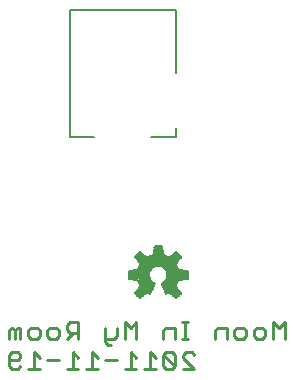
<source format=gbo>
G75*
G70*
%OFA0B0*%
%FSLAX24Y24*%
%IPPOS*%
%LPD*%
%AMOC8*
5,1,8,0,0,1.08239X$1,22.5*
%
%ADD10C,0.0110*%
%ADD11C,0.0080*%
%ADD12C,0.0059*%
D10*
X006750Y006554D02*
X006750Y006948D01*
X006849Y007046D01*
X007046Y007046D01*
X007144Y006948D01*
X007144Y006849D01*
X007046Y006751D01*
X006750Y006751D01*
X006750Y006554D02*
X006849Y006456D01*
X007046Y006456D01*
X007144Y006554D01*
X007395Y006456D02*
X007789Y006456D01*
X007592Y006456D02*
X007592Y007046D01*
X007789Y006849D01*
X008039Y006751D02*
X008433Y006751D01*
X008684Y006456D02*
X009078Y006456D01*
X008881Y006456D02*
X008881Y007046D01*
X009078Y006849D01*
X009329Y006456D02*
X009722Y006456D01*
X009525Y006456D02*
X009525Y007046D01*
X009722Y006849D01*
X009973Y006751D02*
X010367Y006751D01*
X010618Y006456D02*
X011011Y006456D01*
X010814Y006456D02*
X010814Y007046D01*
X011011Y006849D01*
X011262Y006456D02*
X011656Y006456D01*
X011459Y006456D02*
X011459Y007046D01*
X011656Y006849D01*
X011907Y006948D02*
X012300Y006554D01*
X012202Y006456D01*
X012005Y006456D01*
X011907Y006554D01*
X011907Y006948D01*
X012005Y007046D01*
X012202Y007046D01*
X012300Y006948D01*
X012300Y006554D01*
X012551Y006456D02*
X012945Y006456D01*
X012551Y006849D01*
X012551Y006948D01*
X012650Y007046D01*
X012846Y007046D01*
X012945Y006948D01*
X012730Y007456D02*
X012533Y007456D01*
X012632Y007456D02*
X012632Y008046D01*
X012730Y008046D02*
X012533Y008046D01*
X012300Y007849D02*
X012005Y007849D01*
X011907Y007751D01*
X011907Y007456D01*
X012300Y007456D02*
X012300Y007849D01*
X011011Y008046D02*
X011011Y007456D01*
X010618Y007456D02*
X010618Y008046D01*
X010815Y007849D01*
X011011Y008046D01*
X010367Y007849D02*
X010367Y007554D01*
X010268Y007456D01*
X009973Y007456D01*
X009973Y007357D02*
X010072Y007259D01*
X010170Y007259D01*
X009973Y007357D02*
X009973Y007849D01*
X009078Y007653D02*
X008783Y007653D01*
X008684Y007751D01*
X008684Y007948D01*
X008783Y008046D01*
X009078Y008046D01*
X009078Y007456D01*
X008881Y007653D02*
X008684Y007456D01*
X008433Y007554D02*
X008433Y007751D01*
X008335Y007849D01*
X008138Y007849D01*
X008040Y007751D01*
X008040Y007554D01*
X008138Y007456D01*
X008335Y007456D01*
X008433Y007554D01*
X007789Y007554D02*
X007690Y007456D01*
X007493Y007456D01*
X007395Y007554D01*
X007395Y007751D01*
X007493Y007849D01*
X007690Y007849D01*
X007789Y007751D01*
X007789Y007554D01*
X007144Y007456D02*
X007144Y007849D01*
X007046Y007849D01*
X006947Y007751D01*
X006849Y007849D01*
X006751Y007751D01*
X006751Y007456D01*
X006947Y007456D02*
X006947Y007751D01*
X013625Y007751D02*
X013625Y007456D01*
X013625Y007751D02*
X013724Y007849D01*
X014019Y007849D01*
X014019Y007456D01*
X014270Y007554D02*
X014270Y007751D01*
X014368Y007849D01*
X014565Y007849D01*
X014664Y007751D01*
X014664Y007554D01*
X014565Y007456D01*
X014368Y007456D01*
X014270Y007554D01*
X014915Y007554D02*
X014915Y007751D01*
X015013Y007849D01*
X015210Y007849D01*
X015308Y007751D01*
X015308Y007554D01*
X015210Y007456D01*
X015013Y007456D01*
X014915Y007554D01*
X015559Y007456D02*
X015559Y008046D01*
X015756Y007849D01*
X015953Y008046D01*
X015953Y007456D01*
D11*
X012326Y014207D02*
X011499Y014207D01*
X012326Y014207D02*
X012326Y014483D01*
X012326Y016333D02*
X012326Y018420D01*
X008783Y018420D01*
X008783Y014207D01*
X009609Y014207D01*
D12*
X011615Y010578D02*
X011855Y010578D01*
X011888Y010260D01*
X011994Y010226D01*
X012094Y010175D01*
X012341Y010376D01*
X012511Y010207D01*
X012309Y009959D01*
X012361Y009860D01*
X012395Y009753D01*
X012712Y009721D01*
X012712Y009481D01*
X012395Y009449D01*
X012361Y009342D01*
X012309Y009242D01*
X012511Y008995D01*
X012341Y008825D01*
X012094Y009027D01*
X011994Y008976D01*
X011853Y009317D01*
X011906Y009345D01*
X011953Y009383D01*
X011991Y009430D01*
X012020Y009483D01*
X012037Y009541D01*
X012043Y009601D01*
X012037Y009664D01*
X012017Y009724D01*
X011986Y009779D01*
X011945Y009826D01*
X011894Y009864D01*
X011837Y009891D01*
X011776Y009906D01*
X011712Y009908D01*
X011650Y009896D01*
X011592Y009873D01*
X011539Y009838D01*
X011495Y009793D01*
X011461Y009739D01*
X011438Y009680D01*
X011428Y009618D01*
X011431Y009555D01*
X011447Y009494D01*
X011475Y009437D01*
X011514Y009387D01*
X011562Y009347D01*
X011618Y009317D01*
X011476Y008976D01*
X011377Y009027D01*
X011129Y008825D01*
X010960Y008995D01*
X011162Y009242D01*
X011110Y009342D01*
X011076Y009449D01*
X010759Y009481D01*
X010759Y009721D01*
X011076Y009753D01*
X011110Y009860D01*
X011162Y009959D01*
X010960Y010207D01*
X011129Y010376D01*
X011377Y010175D01*
X011476Y010226D01*
X011583Y010260D01*
X011615Y010578D01*
X011610Y010526D02*
X011861Y010526D01*
X011866Y010469D02*
X011604Y010469D01*
X011599Y010411D02*
X011872Y010411D01*
X011878Y010353D02*
X011593Y010353D01*
X011587Y010296D02*
X011884Y010296D01*
X011956Y010238D02*
X011514Y010238D01*
X011388Y010181D02*
X012083Y010181D01*
X012101Y010181D02*
X012490Y010181D01*
X012480Y010238D02*
X012172Y010238D01*
X012242Y010296D02*
X012422Y010296D01*
X012364Y010353D02*
X012313Y010353D01*
X012443Y010123D02*
X011028Y010123D01*
X010981Y010181D02*
X011370Y010181D01*
X011299Y010238D02*
X010991Y010238D01*
X011049Y010296D02*
X011228Y010296D01*
X011158Y010353D02*
X011106Y010353D01*
X011075Y010065D02*
X012396Y010065D01*
X012349Y010008D02*
X011122Y010008D01*
X011157Y009950D02*
X012314Y009950D01*
X012344Y009893D02*
X011831Y009893D01*
X011933Y009835D02*
X012369Y009835D01*
X012387Y009777D02*
X011987Y009777D01*
X012019Y009720D02*
X012712Y009720D01*
X012712Y009662D02*
X012037Y009662D01*
X012043Y009605D02*
X012712Y009605D01*
X012712Y009547D02*
X012038Y009547D01*
X012021Y009489D02*
X012712Y009489D01*
X012389Y009432D02*
X011992Y009432D01*
X011942Y009374D02*
X012371Y009374D01*
X012348Y009317D02*
X011853Y009317D01*
X011877Y009259D02*
X012318Y009259D01*
X012343Y009201D02*
X011901Y009201D01*
X011925Y009144D02*
X012390Y009144D01*
X012437Y009086D02*
X011949Y009086D01*
X011972Y009029D02*
X012484Y009029D01*
X012487Y008971D02*
X012163Y008971D01*
X012233Y008913D02*
X012430Y008913D01*
X012372Y008856D02*
X012304Y008856D01*
X011546Y009144D02*
X011081Y009144D01*
X011128Y009201D02*
X011570Y009201D01*
X011594Y009259D02*
X011153Y009259D01*
X011123Y009317D02*
X011618Y009317D01*
X011530Y009374D02*
X011100Y009374D01*
X011082Y009432D02*
X011479Y009432D01*
X011449Y009489D02*
X010759Y009489D01*
X010759Y009547D02*
X011433Y009547D01*
X011429Y009605D02*
X010759Y009605D01*
X010759Y009662D02*
X011435Y009662D01*
X011453Y009720D02*
X010759Y009720D01*
X011084Y009777D02*
X011485Y009777D01*
X011537Y009835D02*
X011102Y009835D01*
X011127Y009893D02*
X011641Y009893D01*
X011522Y009086D02*
X011034Y009086D01*
X010987Y009029D02*
X011498Y009029D01*
X011308Y008971D02*
X010984Y008971D01*
X011041Y008913D02*
X011238Y008913D01*
X011167Y008856D02*
X011099Y008856D01*
M02*

</source>
